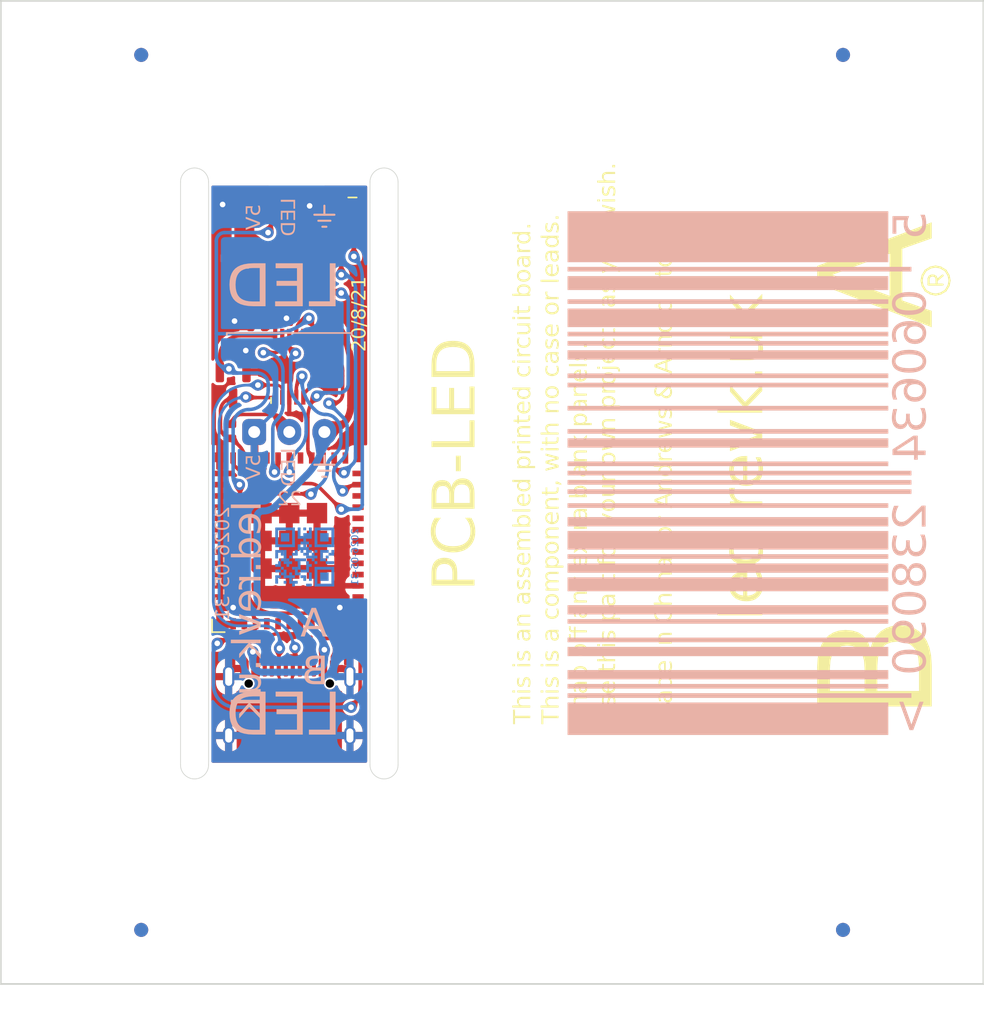
<source format=kicad_pcb>
(kicad_pcb (version 20221018) (generator pcbnew)
  (title_block (title "Generic ESP32-PICO-MINI Module") (rev "1") (company "Adrian Kennard, Andrews & Arnold Ltd"))
  (layers (0 "F.Cu" signal) (31 "B.Cu" signal) (34 "B.Paste" user) (35 "F.Paste" user) (36 "B.SilkS" user "B.Silkscreen") (37 "F.SilkS" user "F.Silkscreen") (38 "B.Mask" user) (39 "F.Mask" user) (44 "Edge.Cuts" user))
  (net 0 "")
  (net 1 "GND")
  (net 2 "+3V3")
  (net 3 "Net-(D2-RK)")
  (net 4 "Net-(D2-BK)")
  (net 5 "Net-(D2-GK)")
  (net 6 "Net-(J1-Pin_2)")
  (net 7 "Net-(J2-CC1)")
  (net 8 "R")
  (net 9 "G")
  (net 10 "B")
  (net 11 "D+")
  (net 12 "D-")
  (net 14 "Net-(J2-CC2)")
  (net 16 "GPIO0")
  (net 18 "I")
  (net 19 "O")
  (net 37 "LED")
  (net 44 "DC")
  (net 46 "EN")
  (footprint "RevK:SOT-23-6-MD8942" (layer "F.Cu") (at 118.85 50.4 180)
    (fp_text reference "U3" hide)
    (fp_text value "MD8942")
  )
  (footprint "RevK:ESP32-PICO-MINI-02" (layer "F.Cu") (at 120.55 68.45 90)
    (fp_text reference "U1" hide)
    (fp_text value "ESP32-PICO-MINI-02")
  )
  (footprint "RevK:SOT-23" (layer "F.Cu") (at 116.55 57.3625 -90)
    (fp_text reference "D3" hide)
    (fp_text value "BAV99")
  )
  (footprint "RevK:C_0402" (layer "F.Cu") (at 118.3 53.2 180)
    (fp_text reference "C6" hide)
    (fp_text value "100nF" hide)
  )
  (footprint "RevK:R_0402" (layer "F.Cu") (at 123.35 46.7 -90)
    (fp_text reference "R11" hide)
    (fp_text value "2K" hide)
  )
  (footprint "RevK:R_0402_" (layer "F.Cu") (at 116.55 51.2 90)
    (fp_text reference "R10" hide)
    (fp_text value "40k2" hide)
  )
  (footprint "RevK:R_0402" (layer "F.Cu") (at 122.6 54.1 90)
    (fp_text reference "R2" hide)
    (fp_text value "4k7" hide)
  )
  (footprint "RevK:R_0402" (layer "F.Cu") (at 124.25 46.7 -90)
    (fp_text reference "R8" hide)
    (fp_text value "680R" hide)
  )
  (footprint "RevK:C_0603_" (layer "F.Cu") (at 121.35 49.1 -90)
    (fp_text reference "C3" hide)
    (fp_text value "10uF 6.3V")
  )
  (footprint "RevK:LED-RGB-1.6x1.6" (layer "F.Cu") (at 124.25 44.9 180)
    (fp_text reference "D2" hide)
    (fp_text value "RGB")
  )
  (footprint "RevK:C_0603_" (layer "F.Cu") (at 116.35 49.1 -90)
    (fp_text reference "C2" hide)
    (fp_text value "10uF 50V")
  )
  (footprint "RevK:C_0402" (layer "F.Cu") (at 124.7 76 90)
    (fp_text reference "C1" hide)
    (fp_text value "1uF" hide)
  )
  (footprint "RevK:C_0603_" (layer "F.Cu") (at 118.85 48.4 180)
    (fp_text reference "C4" hide)
    (fp_text value "100nF")
  )
  (footprint "RevK:R_0402" (layer "F.Cu") (at 125.6 76 90)
    (fp_text reference "R1" hide)
    (fp_text value "10k" hide)
  )
  (footprint "RevK:R_0402_" (layer "F.Cu") (at 118.85 52.3 180)
    (fp_text reference "R9" hide)
    (fp_text value "124k" hide)
  )
  (footprint "RevK:PCB7070" (layer "F.Cu") (at 135 65)
    (fp_text reference "PCB1" hide)
    (fp_text value "70x70")
    (fp_line (start -35 -35) (end 35 -35) (stroke (width 0.12)) (layer "Edge.Cuts"))
    (fp_line (start -35 35) (end -35 -35) (stroke (width 0.12)) (layer "Edge.Cuts"))
    (fp_line (start 35 -35) (end 35 35) (stroke (width 0.12)) (layer "Edge.Cuts"))
    (fp_line (start 35 35) (end -35 35) (stroke (width 0.12)) (layer "Edge.Cuts"))
  )
  (footprint "RevK:USC16-TR" (layer "F.Cu") (at 120.55 80)
    (fp_text reference "J2" hide)
    (fp_text value "USB-C")
  )
  (footprint "RevK:R_0402" (layer "F.Cu") (at 116.45 60.65 -90)
    (fp_text reference "R7" hide)
    (fp_text value "100R" hide)
  )
  (footprint "RevK:CH340X" (layer "F.Cu") (at 120.55 56.05 90)
    (fp_text reference "U5" hide)
    (fp_text value "CH340X")
  )
  (footprint "RevK:R_0402" (layer "F.Cu") (at 118.95 76 90)
    (fp_text reference "R5" hide)
    (fp_text value "5K1" hide)
  )
  (footprint "RevK:L_4x4_" (layer "F.Cu") (at 118.85 45.8 180)
    (fp_text reference "L1" hide)
    (fp_text value "10uH")
  )
  (footprint "RevK:R_0402" (layer "F.Cu") (at 121.9 75.95 -90)
    (fp_text reference "R6" hide)
    (fp_text value "5K1" hide)
  )
  (footprint "RevK:R_0402" (layer "F.Cu") (at 125.15 46.7 -90)
    (fp_text reference "R12" hide)
    (fp_text value "220R" hide)
  )
  (footprint "RevK:R_0402_" (layer "F.Cu") (at 121.15 51.2 -90)
    (fp_text reference "R13" hide)
    (fp_text value "1M" hide)
  )
  (footprint "RevK:C_0402" (layer "F.Cu") (at 116.45 76 -90)
    (fp_text reference "C5" hide)
    (fp_text value "100nF" hide)
  )
  (footprint "RevK:QR-LED" (layer "B.Cu") (at 121.65 69.6 -90)
    (fp_text reference "U2" hide)
    (fp_text value "QR" hide)
  )
  (footprint "RevK:PTSM-HH-3-RA" (layer "B.Cu") (at 120.55 60.7)
    (fp_text reference "J1" hide)
    (fp_text value "Conn_01x03")
  )
  (footprint "RevK:EAN-5060634238090" (layer "B.Cu") (at 140.375 44.98 -90)
    (fp_text reference "U4" hide)
    (fp_text value "Barcode" hide)
  )
  (gr_arc (start 114.8 84.4) (mid 113.8 85.4) (end 112.8 84.4) (stroke (width 0.05)) (layer "Edge.Cuts"))
  (gr_line (start 128.3 42.9) (end 128.3 84.4) (stroke (width 0.05)) (layer "Edge.Cuts"))
  (gr_line (start 112.8 84.4) (end 112.8 42.9) (stroke (width 0.05)) (layer "Edge.Cuts"))
  (gr_arc (start 112.8 42.9) (mid 113.8 41.9) (end 114.8 42.9) (stroke (width 0.05)) (layer "Edge.Cuts"))
  (gr_arc (start 128.3 84.4) (mid 127.3 85.4) (end 126.3 84.4) (stroke (width 0.05)) (layer "Edge.Cuts"))
  (gr_line (start 126.3 84.4) (end 126.3 42.9) (stroke (width 0.05)) (layer "Edge.Cuts"))
  (gr_arc (start 126.3 42.9) (mid 127.3 41.9) (end 128.3 42.9) (stroke (width 0.05)) (layer "Edge.Cuts"))
  (gr_line (start 114.8 42.9) (end 114.8 84.4) (stroke (width 0.05)) (layer "Edge.Cuts"))
  (gr_text "5V" (at 118.05 63.2 90) (layer "B.SilkS") (effects (font (size 1 1)) (justify mirror)))
  (gr_text "LED" (at 120.15 50.5) (layer "B.SilkS") (effects (font (size 3 3)) (justify mirror)))
  (gr_text "led.revk.uk" (at 118.85 65.6 90) (layer "B.SilkS") (effects (font (size 2 2)) (justify left bottom mirror)))
  (gr_text "LED" (at 120.55 63.2 90) (layer "B.SilkS") (effects (font (size 1 1)) (justify mirror)))
  (gr_text "LED" (at 120.15 81) (layer "B.SilkS") (effects (font (size 3 3)) (justify mirror)))
  (gr_text "⏚" (at 123.05 45.4) (layer "B.SilkS") (effects (font (size 1.5 1.5)) (justify mirror)))
  (gr_text "${CURRENT_DATE}" (at 115.85 70.05 90) (layer "B.SilkS") (effects (font (size 1 1)) (justify mirror)))
  (gr_text "A" (at 123.25 75.6) (layer "B.SilkS") (effects (font (size 2 2)) (justify left bottom mirror)))
  (gr_text "B" (at 123.35 79) (layer "B.SilkS") (effects (font (size 2 2)) (justify left bottom mirror)))
  (gr_text "22" (at 120.55 65.5) (layer "B.SilkS") (effects (font (size 1 1)) (justify mirror)))
  (gr_text "⏚" (at 123.05 63.2) (layer "B.SilkS") (effects (font (size 1.5 1.5)) (justify mirror)))
  (gr_text "5V" (at 118.05 45.4 90) (layer "B.SilkS") (effects (font (size 1 1)) (justify mirror)))
  (gr_text "LED" (at 120.55 45.4 90) (layer "B.SilkS") (effects (font (size 1 1)) (justify mirror)))
  (gr_text "A" (at 163 49.5 90) (layer "F.SilkS") (effects (font (size 8 8))))
  (gr_text "B" (at 163 77.5 90) (layer "F.SilkS") (effects (font (size 8 8))))
  (gr_text "led.revk.uk" (at 153 62.5 90) (layer "F.SilkS") (effects (font (size 3 3))))
  (gr_text "20/8/21" (at 126.15 55 90) (layer "F.SilkS") (effects (font (size 1 1)) (justify left bottom)))
  (gr_text "®" (at 167.5 51.3 90) (layer "F.SilkS") (effects (font (size 1.5 1.5)) (justify left bottom)))
  (gr_text "PCB-LED" (at 132.5 63 90) (layer "F.SilkS") (effects (font (size 3 3))))
  (gr_text "This is an assembled printed circuit board.\nThis is a component, with no case or leads.\nSnap off any extra blank panels.\nUse this part for your own projects as you wish.\n\nMade in China for Andrews & Arnold Ltd." (at 148 81.5 90) (layer "F.SilkS") (effects (font (size 1.2 1.2)) (justify left bottom)))
  (segment (start 120.65 56) (end 121.725736 56) (width 0.25) (layer "F.Cu") (net 1))
  (segment (start 116.81 77.54) (end 117.35 77.54) (width 0.5) (layer "F.Cu") (net 1))
  (segment (start 122.5 56.42071) (end 122.5 57.05) (width 0.25) (layer "F.Cu") (net 1))
  (segment (start 118.95 75.5) (end 119.180545 75.269455) (width 0.25) (layer "F.Cu") (net 1))
  (segment (start 121.15 75.075) (end 119.65 75.075) (width 0.25) (layer "F.Cu") (net 1))
  (segment (start 124.29 77.54) (end 123.75 77.54) (width 0.5) (layer "F.Cu") (net 1))
  (segment (start 117.5 56.425) (end 119.62396 56.425) (width 0.25) (layer "F.Cu") (net 1))
  (segment (start 118.15 75.525) (end 118.875 75.525) (width 0.25) (layer "F.Cu") (net 1))
  (segment (start 122.5 57.05) (end 121.726777 57.823224) (width 0.25) (layer "F.Cu") (net 1))
  (segment (start 118.15 62.55) (end 118.15 63.017158) (width 0.25) (layer "F.Cu") (net 1))
  (segment (start 116.45 76.470538) (end 116.862052 76.058486) (width 0.25) (layer "F.Cu") (net 1))
  (via (at 124.15 73.2) (size 0.8) (drill 0.4) (layers "F.Cu" "B.Cu") (net 1))
  (via (at 120.35 52.6) (size 0.8) (drill 0.4) (layers "F.Cu" "B.Cu") (net 1))
  (via (at 116.55 73.2) (size 0.8) (drill 0.4) (layers "F.Cu" "B.Cu") (net 1))
  (via (at 117.45 54.9) (size 0.8) (drill 0.4) (layers "F.Cu" "B.Cu") (net 1))
  (via (at 115.8 44.5) (size 0.8) (drill 0.4) (layers "F.Cu" "B.Cu") (net 1))
  (via (at 122 44.6) (size 0.8) (drill 0.4) (layers "F.Cu" "B.Cu") (net 1))
  (via (at 116.65 52.8) (size 0.8) (drill 0.4) (layers "F.Cu" "B.Cu") (net 1))
  (arc (start 121.726777 57.823224) (mid 121.595943 58.01903) (end 121.55 58.25) (width 0.25) (layer "F.Cu") (net 1))
  (arc (start 124.87 78.12) (mid 124.700122 77.709878) (end 124.29 77.54) (width 0.5) (layer "F.Cu") (net 1))
  (arc (start 121.725736 56) (mid 122.117704 56.077967) (end 122.45 56.3) (width 0.25) (layer "F.Cu") (net 1))
  (arc (start 116.862052 76.058486) (mid 117.452967 75.663649) (end 118.15 75.525) (width 0.25) (layer "F.Cu") (net 1))
  (arc (start 116.23 78.12) (mid 116.399878 77.709878) (end 116.81 77.54) (width 0.5) (layer "F.Cu") (net 1))
  (arc (start 121.790165 75.340165) (mid 121.496455 75.143914) (end 121.15 75.075) (width 0.25) (layer "F.Cu") (net 1))
  (arc (start 119.180545 75.269455) (mid 119.395932 75.125538) (end 119.65 75.075) (width 0.25) (layer "F.Cu") (net 1))
  (arc (start 119.62396 56.425) (mid 120.179249 56.314547) (end 120.65 56) (width 0.25) (layer "F.Cu") (net 1))
  (arc (start 118.15 63.017158) (mid 118.201978 63.27847) (end 118.35 63.5) (width 0.25) (layer "F.Cu") (net 1))
  (arc (start 122.45 56.3) (mid 122.487005 56.355382) (end 122.5 56.42071) (width 0.25) (layer "F.Cu") (net 1))
  (segment (start 119.55 56.8) (end 119.55 59.2) (width 0.25) (layer "B.Cu") (net 1))
  (segment (start 117.45 54.9) (end 117.45 55.1) (width 0.25) (layer "B.Cu") (net 1))
  (segment (start 118.15 55.8) (end 118.55 55.8) (width 0.25) (layer "B.Cu") (net 1))
  (segment (start 119.55 59.2) (end 118.05 60.7) (width 0.25) (layer "B.Cu") (net 1))
  (arc (start 117.45 55.1) (mid 117.655025 55.594975) (end 118.15 55.8) (width 0.25) (layer "B.Cu") (net 1))
  (arc (start 118.55 55.8) (mid 119.257107 56.092893) (end 119.55 56.8) (width 0.25) (layer "B.Cu") (net 1))
  (segment (start 119.55 53.2) (end 119.55 52.782842) (width 0.25) (layer "F.Cu") (net 2))
  (segment (start 117.55 73.3) (end 117.831802 73.581802) (width 0.25) (layer "F.Cu") (net 2))
  (segment (start 119.037998 46.5) (end 118.05 46.5) (width 0.25) (layer "F.Cu") (net 2))
  (segment (start 119.3625 43.575) (end 119.25 43.6875) (width 0.25) (layer "F.Cu") (net 2))
  (segment (start 125.6 76.65) (end 125.6 78.9) (width 0.25) (layer "F.Cu") (net 2))
  (segment (start 117.35 75.1) (end 117.55 75.1) (width 0.25) (layer "F.Cu") (net 2))
  (segment (start 116.25 56.2) (end 115.825 56.2) (width 0.25) (layer "F.Cu") (net 2))
  (segment (start 117.05 64.493277) (end 117.05 72.092894) (width 0.25) (layer "F.Cu") (net 2))
  (segment (start 115.6 56.425) (end 115.6 55.3) (width 0.25) (layer "F.Cu") (net 2))
  (segment (start 122.538449 53.445551) (end 122.634489 53.471285) (width 0.25) (layer "F.Cu") (net 2))
  (segment (start 125.06967 80.18033) (end 124.95 80.3) (width 0.25) (layer "F.Cu") (net 2))
  (segment (start 119.55 53.85) (end 119.55 53.2) (width 0.25) (layer "F.Cu") (net 2))
  (segment (start 119.25 43.6875) (end 119.25 46.287998) (width 0.25) (layer "F.Cu") (net 2))
  (segment (start 121.95 52.6) (end 121.95 52.857102) (width 0.25) (layer "F.Cu") (net 2))
  (segment (start 119.3625 43.575) (end 122.575 43.575) (width 0.25) (layer "F.Cu") (net 2))
  (segment (start 119.55 53.85) (end 117.05 53.85) (width 0.25) (layer "F.Cu") (net 2))
  (segment (start 121.95 52.857102) (end 122.538449 53.445551) (width 0.25) (layer "F.Cu") (net 2))
  (segment (start 117.00181 64.445087) (end 117.05 64.493277) (width 0.25) (layer "F.Cu") (net 2))
  (segment (start 118.8 53.2) (end 119.55 53.2) (width 0.25) (layer "F.Cu") (net 2))
  (segment (start 116.015197 75.5) (end 116.45 75.5) (width 0.25) (layer "F.Cu") (net 2))
  (via (at 116.25 56.2) (size 0.8) (drill 0.4) (layers "F.Cu" "B.Cu") (net 2))
  (via (at 117.00181 64.445087) (size 0.8) (drill 0.4) (layers "F.Cu" "B.Cu") (net 2))
  (via (at 115.418044 75.747349) (size 0.8) (drill 0.4) (layers "F.Cu" "B.Cu") (net 2))
  (via (at 121.95 52.6) (size 0.8) (drill 0.4) (layers "F.Cu" "B.Cu") (net 2))
  (via (at 119.037998 46.5) (size 0.8) (drill 0.4) (layers "F.Cu" "B.Cu") (net 2))
  (via (at 124.95 80.3) (size 0.8) (drill 0.4) (layers "F.Cu" "B.Cu") (net 2))
  (arc (start 118.05 46.5) (mid 117.555025 46.294975) (end 117.35 45.8) (width 0.25) (layer "F.Cu") (net 2))
  (arc (start 116.496446 75.453554) (mid 116.88806 75.191886) (end 117.35 75.1) (width 0.25) (layer "F.Cu") (net 2))
  (arc (start 119.55 52.782842) (mid 119.498022 52.52153) (end 119.35 52.3) (width 0.25) (layer "F.Cu") (net 2))
  (arc (start 117.831802 73.581802) (mid 118.067303 73.934254) (end 118.15 74.35) (width 0.25) (layer "F.Cu") (net 2))
  (arc (start 117.05 53.85) (mid 116.024695 54.274695) (end 115.6 55.3) (width 0.25) (layer "F.Cu") (net 2))
  (arc (start 115.825 56.2) (mid 115.665901 56.265901) (end 115.6 56.425) (width 0.25) (layer "F.Cu") (net 2))
  (arc (start 119.25 46.287998) (mid 119.187906 46.437906) (end 119.037998 46.5) (width 0.25) (layer "F.Cu") (net 2))
  (arc (start 118.15 74.5) (mid 117.974264 74.924264) (end 117.55 75.1) (width 0.25) (layer "F.Cu") (net 2))
  (arc (start 123.45 44.45) (mid 123.193718 43.831282) (end 122.575 43.575) (width 0.25) (layer "F.Cu") (net 2))
  (arc (start 121.05 53.5) (mid 121.313604 52.863604) (end 121.95 52.6) (width 0.25) (layer "F.Cu") (net 2))
  (arc (start 125.6 78.9) (mid 125.462172 79.59291) (end 125.06967 80.18033) (width 0.25) (layer "F.Cu") (net 2))
  (arc (start 117.05 72.092894) (mid 117.179946 72.746175) (end 117.55 73.3) (width 0.25) (layer "F.Cu") (net 2))
  (arc (start 115.418044 75.747349) (mid 115.69202 75.564284) (end 116.015197 75.5) (width 0.25) (layer "F.Cu") (net 2))
  (segment (start 116.55 56.5) (end 118.25 56.5) (width 0.25) (layer "B.Cu") (net 2))
  (segment (start 119.05 57.3) (end 119.05 57.71434) (width 0.25) (layer "B.Cu") (net 2))
  (segment (start 119.294366 53.7) (end 115.35 53.7) (width 0.25) (layer "B.Cu") (net 2))
  (segment (start 116.921154 64.364431) (end 117.00181 64.445087) (width 0.25) (layer "B.Cu") (net 2))
  (segment (start 115.35 53.7) (end 115.35 47.1) (width 0.25) (layer "B.Cu") (net 2))
  (segment (start 115.342679 75.671984) (end 115.418044 75.747349) (width 0.25) (layer "B.Cu") (net 2))
  (segment (start 124.95 80.3) (end 116.75 80.3) (width 0.25) (layer "B.Cu") (net 2))
  (segment (start 115.35 55.3) (end 115.35 53.7) (width 0.25) (layer "B.Cu") (net 2))
  (segment (start 116.857626 64.364431) (end 116.921154 64.364431) (width 0.25) (layer "B.Cu") (net 2))
  (segment (start 119.037998 46.5) (end 115.95 46.5) (width 0.25) (layer "B.Cu") (net 2))
  (segment (start 115.321012 75.671984) (end 115.342679 75.671984) (width 0.25) (layer "B.Cu") (net 2))
  (segment (start 115.15 78.7) (end 115.15 75.956028) (width 0.25) (layer "B.Cu") (net 2))
  (segment (start 116.55 60.21434) (end 116.55 63.9) (width 0.25) (layer "B.Cu") (net 2))
  (arc (start 118.25 56.5) (mid 118.815685 56.734315) (end 119.05 57.3) (width 0.25) (layer "B.Cu") (net 2))
  (arc (start 121.95 52.6) (mid 120.731585 53.414119) (end 119.294366 53.7) (width 0.25) (layer "B.Cu") (net 2))
  (arc (start 116.75 80.3) (mid 115.618629 79.831371) (end 115.15 78.7) (width 0.25) (layer "B.Cu") (net 2))
  (arc (start 119.05 57.71434) (mid 118.64415 58.69415) (end 117.66434 59.1) (width 0.25) (layer "B.Cu") (net 2))
  (arc (start 115.95 46.5) (mid 115.525736 46.675736) (end 115.35 47.1) (width 0.25) (layer "B.Cu") (net 2))
  (arc (start 116.25 56.2) (mid 115.613604 55.936396) (end 115.35 55.3) (width 0.25) (layer "B.Cu") (net 2))
  (arc (start 115.15 75.956028) (mid 115.19652 75.79105) (end 115.321012 75.671984) (width 0.25) (layer "B.Cu") (net 2))
  (arc (start 116.25 56.2) (mid 116.337868 56.412132) (end 116.55 56.5) (width 0.25) (layer "B.Cu") (net 2))
  (arc (start 116.55 63.9) (mid 116.634265 64.177785) (end 116.857626 64.364431) (width 0.25) (layer "B.Cu") (net 2))
  (arc (start 117.66434 59.1) (mid 116.876383 59.426383) (end 116.55 60.21434) (width 0.25) (layer "B.Cu") (net 2))
  (segment (start 124.25 46.2) (end 124.25 45.25) (width 0.25) (layer "F.Cu") (net 3))
  (arc (start 124.25 45.25) (mid 124.484315 44.684315) (end 125.05 44.45) (width 0.25) (layer "F.Cu") (net 3))
  (segment (start 125.05 46.1) (end 125.05 45.35) (width 0.25) (layer "F.Cu") (net 4))
  (segment (start 123.45 46.1) (end 123.45 45.35) (width 0.25) (layer "F.Cu") (net 5))
  (segment (start 119.3 59.45) (end 117.15 59.45) (width 0.25) (layer "F.Cu") (net 6))
  (arc (start 117.15 59.45) (mid 116.655025 59.655025) (end 116.45 60.15) (width 0.25) (layer "F.Cu") (net 6))
  (arc (start 120.55 60.7) (mid 120.183883 59.816117) (end 119.3 59.45) (width 0.25) (layer "F.Cu") (net 6))
  (segment (start 119.3 77.54) (end 119.3 76.8) (width 0.25) (layer "F.Cu") (net 7))
  (arc (start 119.3 76.8) (mid 119.197487 76.552513) (end 118.95 76.45) (width 0.25) (layer "F.Cu") (net 7))
  (segment (start 124.25 49.5) (end 124.25 47.2) (width 0.25) (layer "F.Cu") (net 8))
  (segment (start 123.75 62.55) (end 123.75 62.9) (width 0.25) (layer "F.Cu") (net 8))
  (via (at 124.45 63.6) (size 0.8) (drill 0.4) (layers "F.Cu" "B.Cu") (net 8))
  (via (at 124.25 49.5) (size 0.8) (drill 0.4) (layers "F.Cu" "B.Cu") (net 8))
  (arc (start 123.75 62.9) (mid 123.955025 63.394975) (end 124.45 63.6) (width 0.25) (layer "F.Cu") (net 8))
  (segment (start 125.26985 50.51985) (end 125.26985 62.5) (width 0.25) (layer "B.Cu") (net 8))
  (segment (start 125.071754 62.978246) (end 124.45 63.6) (width 0.25) (layer "B.Cu") (net 8))
  (arc (start 125.26985 62.5) (mid 125.218367 62.758825) (end 125.071754 62.978246) (width 0.25) (layer "B.Cu") (net 8))
  (arc (start 124.25 49.5) (mid 124.971143 49.798707) (end 125.26985 50.51985) (width 0.25) (layer "B.Cu") (net 8))
  (segment (start 123.35 49.9) (end 123.35 47.2) (width 0.25) (layer "F.Cu") (net 9))
  (segment (start 121.875 59.653984) (end 121.875 61.886092) (width 0.25) (layer "F.Cu") (net 9))
  (via (at 122.501599 58.141241) (size 0.8) (drill 0.4) (layers "F.Cu" "B.Cu") (net 9))
  (via (at 124.25 50.8) (size 0.8) (drill 0.4) (layers "F.Cu" "B.Cu") (net 9))
  (arc (start 121.875 61.886092) (mid 121.94647 62.245396) (end 122.15 62.55) (width 0.25) (layer "F.Cu") (net 9))
  (arc (start 124.25 50.8) (mid 123.613604 50.536396) (end 123.35 49.9) (width 0.25) (layer "F.Cu") (net 9))
  (arc (start 122.501599 58.141241) (mid 122.037848 58.835294) (end 121.875 59.653984) (width 0.25) (layer "F.Cu") (net 9))
  (segment (start 124.75 51.3) (end 124.75 57.260524) (width 0.25) (layer "B.Cu") (net 9))
  (segment (start 123.066974 57.907055) (end 124.103469 57.907055) (width 0.25) (layer "B.Cu") (net 9))
  (arc (start 122.501599 58.141241) (mid 122.760995 57.967918) (end 123.066974 57.907055) (width 0.25) (layer "B.Cu") (net 9))
  (arc (start 124.25 50.8) (mid 124.603553 50.946447) (end 124.75 51.3) (width 0.25) (layer "B.Cu") (net 9))
  (arc (start 124.75 57.260524) (mid 124.560635 57.71769) (end 124.103469 57.907055) (width 0.25) (layer "B.Cu") (net 9))
  (segment (start 122.7 64.65) (end 124.25 66.2) (width 0.25) (layer "F.Cu") (net 10))
  (segment (start 116.55 63) (end 117.25 63.7) (width 0.25) (layer "F.Cu") (net 10))
  (segment (start 118.865403 64.369122) (end 122.021901 64.369122) (width 0.25) (layer "F.Cu") (net 10))
  (segment (start 125.15 48.2) (end 125.15 47.2) (width 0.25) (layer "F.Cu") (net 10))
  (segment (start 116.55 62.55) (end 116.55 63) (width 0.25) (layer "F.Cu") (net 10))
  (via (at 125.15 48.2) (size 0.8) (drill 0.4) (layers "F.Cu" "B.Cu") (net 10))
  (via (at 124.25 66.2) (size 0.8) (drill 0.4) (layers "F.Cu" "B.Cu") (net 10))
  (arc (start 117.25 63.7) (mid 117.991154 64.195223) (end 118.865403 64.369122) (width 0.25) (layer "F.Cu") (net 10))
  (arc (start 122.021901 64.369122) (mid 122.388885 64.44212) (end 122.7 64.65) (width 0.25) (layer "F.Cu") (net 10))
  (segment (start 124.25 66.2) (end 125.429638 66.2) (width 0.25) (layer "B.Cu") (net 10))
  (segment (start 125.747825 50.6) (end 125.747825 49.643277) (width 0.25) (layer "B.Cu") (net 10))
  (segment (start 125.75 65.879638) (end 125.75 50.7) (width 0.25) (layer "B.Cu") (net 10))
  (arc (start 125.747825 49.643277) (mid 125.592456 48.862181) (end 125.15 48.2) (width 0.25) (layer "B.Cu") (net 10))
  (arc (start 125.429638 66.2) (mid 125.656168 66.106168) (end 125.75 65.879638) (width 0.25) (layer "B.Cu") (net 10))
  (segment (start 120.3 77.54) (end 120.3 76.995) (width 0.25) (layer "F.Cu") (net 11))
  (segment (start 120.95 76.05) (end 120.95 76.645) (width 0.25) (layer "F.Cu") (net 11))
  (segment (start 121.3 77.54) (end 121.3 76.995) (width 0.25) (layer "F.Cu") (net 11))
  (segment (start 120.65 76.645) (end 120.95 76.645) (width 0.25) (layer "F.Cu") (net 11))
  (segment (start 119.55 58.25) (end 117.489471 58.25) (width 0.25) (layer "F.Cu") (net 11))
  (via (at 120.95 76.05) (size 0.8) (drill 0.4) (layers "F.Cu" "B.Cu") (net 11))
  (via (at 117.4495 58.210029) (size 0.8) (drill 0.4) (layers "F.Cu" "B.Cu") (net 11))
  (arc (start 117.489471 58.25) (mid 117.461207 58.238293) (end 117.4495 58.210029) (width 0.25) (layer "F.Cu") (net 11))
  (arc (start 121.3 76.995) (mid 121.197487 76.747513) (end 120.95 76.645) (width 0.25) (layer "F.Cu") (net 11))
  (arc (start 120.3 76.995) (mid 120.402513 76.747513) (end 120.65 76.645) (width 0.25) (layer "F.Cu") (net 11))
  (segment (start 120.95 76.05) (end 120.849361 76.05) (width 0.2) (layer "B.Cu") (net 11))
  (segment (start 115.55 72.7) (end 115.55 60.109529) (width 0.2) (layer "B.Cu") (net 11))
  (segment (start 118.899361 74.1) (end 116.95 74.1) (width 0.2) (layer "B.Cu") (net 11))
  (arc (start 116.95 74.1) (mid 115.960051 73.689949) (end 115.55 72.7) (width 0.2) (layer "B.Cu") (net 11))
  (arc (start 120.849361 76.05) (mid 120.278219 74.671142) (end 118.899361 74.1) (width 0.2) (layer "B.Cu") (net 11))
  (arc (start 115.55 60.109529) (mid 116.106351 58.76638) (end 117.4495 58.210029) (width 0.2) (layer "B.Cu") (net 11))
  (segment (start 120.8 77.54) (end 120.8 78.06) (width 0.2) (layer "F.Cu") (net 12))
  (segment (start 118.314944 57.358333) (end 119.65 57.358333) (width 0.2) (layer "F.Cu") (net 12))
  (segment (start 119.8 76.15) (end 119.85 76.1) (width 0.2) (layer "F.Cu") (net 12))
  (segment (start 120.05 58.25) (end 120.05 57.758333) (width 0.2) (layer "F.Cu") (net 12))
  (segment (start 119.8 77.54) (end 119.8 76.15) (width 0.2) (layer "F.Cu") (net 12))
  (segment (start 120.45 78.41) (end 120.15 78.41) (width 0.2) (layer "F.Cu") (net 12))
  (segment (start 119.8 78.06) (end 119.8 77.54) (width 0.2) (layer "F.Cu") (net 12))
  (via (at 118.314944 57.358333) (size 0.8) (drill 0.4) (layers "F.Cu" "B.Cu") (net 12))
  (via (at 119.85 76.1) (size 0.8) (drill 0.4) (layers "F.Cu" "B.Cu") (net 12))
  (arc (start 120.05 57.758333) (mid 119.932843 57.47549) (end 119.65 57.358333) (width 0.2) (layer "F.Cu") (net 12))
  (arc (start 120.8 78.06) (mid 120.697487 78.307487) (end 120.45 78.41) (width 0.2) (layer "F.Cu") (net 12))
  (arc (start 120.15 78.41) (mid 119.902513 78.307487) (end 119.8 78.06) (width 0.2) (layer "F.Cu") (net 12))
  (segment (start 118.314944 57.358333) (end 117.578859 57.358333) (width 0.2) (layer "B.Cu") (net 12))
  (segment (start 118.75 74.5) (end 116.937192 74.5) (width 0.2) (layer "B.Cu") (net 12))
  (segment (start 119.85 76.1) (end 119.85 75.6) (width 0.2) (layer "B.Cu") (net 12))
  (segment (start 115.137192 59.8) (end 115.137192 72.7) (width 0.2) (layer "B.Cu") (net 12))
  (arc (start 117.578859 57.358333) (mid 115.85234 58.073481) (end 115.137192 59.8) (width 0.2) (layer "B.Cu") (net 12))
  (arc (start 119.85 75.6) (mid 119.527817 74.822183) (end 118.75 74.5) (width 0.2) (layer "B.Cu") (net 12))
  (arc (start 116.937192 74.5) (mid 115.6644 73.972792) (end 115.137192 72.7) (width 0.2) (layer "B.Cu") (net 12))
  (segment (start 122.3 77.54) (end 122.3 76.57071) (width 0.25) (layer "F.Cu") (net 14))
  (segment (start 122.3 76.85) (end 121.9 76.45) (width 0.25) (layer "F.Cu") (net 14))
  (segment (start 122.3 77.54) (end 122.3 76.6) (width 0.25) (layer "F.Cu") (net 14))
  (segment (start 122.3 77.54) (end 122.3 76.85) (width 0.25) (layer "F.Cu") (net 14))
  (arc (start 122.3 76.6) (mid 122.256066 76.493934) (end 122.15 76.45) (width 0.25) (layer "F.Cu") (net 14))
  (arc (start 122.3 76.57071) (mid 122.287006 76.505382) (end 122.25 76.45) (width 0.25) (layer "F.Cu") (net 14))
  (segment (start 123.364486 58.646643) (end 123.703357 58.646643) (width 0.25) (layer "F.Cu") (net 16))
  (segment (start 124.35 56.35) (end 124.35 56.7) (width 0.25) (layer "F.Cu") (net 16))
  (segment (start 124.35 56.7) (end 124.35 58) (width 0.25) (layer "F.Cu") (net 16))
  (segment (start 122.6 54.6) (end 122.062132 54.062132) (width 0.25) (layer "F.Cu") (net 16))
  (via (at 124.35 64.9) (size 0.8) (drill 0.4) (layers "F.Cu" "B.Cu") (net 16))
  (via (at 123.364486 58.646643) (size 0.8) (drill 0.4) (layers "F.Cu" "B.Cu") (net 16))
  (arc (start 123.703357 58.646643) (mid 124.160603 58.457246) (end 124.35 58) (width 0.25) (layer "F.Cu") (net 16))
  (arc (start 122.062132 54.062132) (mid 121.827165 53.905131) (end 121.55 53.85) (width 0.25) (layer "F.Cu") (net 16))
  (arc (start 122.6 54.6) (mid 123.837437 55.112563) (end 124.35 56.35) (width 0.25) (layer "F.Cu") (net 16))
  (arc (start 125.436396 64.45) (mid 124.848443 64.566951) (end 124.35 64.9) (width 0.25) (layer "F.Cu") (net 16))
  (segment (start 123.36974 58.646643) (end 124.358148 59.635053) (width 0.25) (layer "B.Cu") (net 16))
  (segment (start 123.714399 63.8) (end 123.714399 63.566248) (width 0.25) (layer "B.Cu") (net 16))
  (segment (start 124.675 61.742128) (end 124.675 60.4) (width 0.25) (layer "B.Cu") (net 16))
  (segment (start 124.35 64.9) (end 124.042779 64.592779) (width 0.25) (layer "B.Cu") (net 16))
  (segment (start 123.919966 63.069966) (end 124.269966 62.719966) (width 0.25) (layer "B.Cu") (net 16))
  (segment (start 123.36974 58.646643) (end 123.364486 58.646643) (width 0.25) (layer "B.Cu") (net 16))
  (arc (start 124.042779 64.592779) (mid 123.799743 64.22905) (end 123.714399 63.8) (width 0.25) (layer "B.Cu") (net 16))
  (arc (start 124.675 60.4) (mid 124.592653 59.986013) (end 124.358148 59.635053) (width 0.25) (layer "B.Cu") (net 16))
  (arc (start 123.714399 63.566248) (mid 123.767824 63.297663) (end 123.919966 63.069966) (width 0.25) (layer "B.Cu") (net 16))
  (arc (start 124.269966 62.719966) (mid 124.569735 62.27133) (end 124.675 61.742128) (width 0.25) (layer "B.Cu") (net 16))
  (segment (start 120.55 53.85) (end 120.55 54.65) (width 0.25) (layer "F.Cu") (net 18))
  (segment (start 120.55 62.55) (end 120.55 63.55) (width 0.25) (layer "F.Cu") (net 18))
  (segment (start 120.55 54.65) (end 121 55.1) (width 0.25) (layer "F.Cu") (net 18))
  (via (at 121 55.1) (size 0.8) (drill 0.4) (layers "F.Cu" "B.Cu") (net 18))
  (via (at 120.55 63.55) (size 0.8) (drill 0.4) (layers "F.Cu" "B.Cu") (net 18))
  (segment (start 121.25 61.9) (end 121.221751 61.928248) (width 0.25) (layer "B.Cu") (net 18))
  (segment (start 120.65 55.45) (end 120.65 57.392894) (width 0.25) (layer "B.Cu") (net 18))
  (segment (start 121.753368 60.056659) (end 121.753368 60.684763) (width 0.25) (layer "B.Cu") (net 18))
  (arc (start 121 55.1) (mid 120.752513 55.202513) (end 120.65 55.45) (width 0.25) (layer "B.Cu") (net 18))
  (arc (start 121.15 58.6) (mid 121.596557 59.26832) (end 121.753368 60.056659) (width 0.25) (layer "B.Cu") (net 18))
  (arc (start 121.753368 60.684763) (mid 121.622547 61.342445) (end 121.25 61.9) (width 0.25) (layer "B.Cu") (net 18))
  (arc (start 121.221751 61.928248) (mid 120.724583 62.672314) (end 120.55 63.55) (width 0.25) (layer "B.Cu") (net 18))
  (arc (start 120.65 57.392894) (mid 120.779946 58.046175) (end 121.15 58.6) (width 0.25) (layer "B.Cu") (net 18))
  (segment (start 119.47682 55.05) (end 118.7 55.05) (width 0.25) (layer "F.Cu") (net 19))
  (segment (start 120.05 53.85) (end 120.05 54.47682) (width 0.25) (layer "F.Cu") (net 19))
  (segment (start 119.75 62.55) (end 119.75 62.946447) (width 0.25) (layer "F.Cu") (net 19))
  (via (at 118.7 55.05) (size 0.8) (drill 0.4) (layers "F.Cu" "B.Cu") (net 19))
  (via (at 119.5 63.55) (size 0.8) (drill 0.4) (layers "F.Cu" "B.Cu") (net 19))
  (arc (start 120.05 54.47682) (mid 119.882119 54.882119) (end 119.47682 55.05) (width 0.25) (layer "F.Cu") (net 19))
  (arc (start 119.75 62.946447) (mid 119.685027 63.273087) (end 119.5 63.55) (width 0.25) (layer "F.Cu") (net 19))
  (segment (start 119.376284 63.30424) (end 119.405285 63.412455) (width 0.25) (layer "B.Cu") (net 19))
  (segment (start 119.405285 63.412455) (end 119.461303 63.509478) (width 0.25) (layer "B.Cu") (net 19))
  (segment (start 119.667238 59.817238) (end 119.651143 59.833333) (width 0.25) (layer "B.Cu") (net 19))
  (segment (start 119.375 60.5) (end 119.375 63.248224) (width 0.25) (layer "B.Cu") (net 19))
  (segment (start 120.1 56.376963) (end 120.1 58.772459) (width 0.25) (layer "B.Cu") (net 19))
  (segment (start 119.461303 63.509478) (end 119.5 63.55) (width 0.25) (layer "B.Cu") (net 19))
  (segment (start 119.375 63.248224) (end 119.376284 63.30424) (width 0.25) (layer "B.Cu") (net 19))
  (segment (start 118.7 55.05) (end 118.773037 55.05) (width 0.25) (layer "B.Cu") (net 19))
  (arc (start 118.773037 55.05) (mid 119.711342 55.438658) (end 120.1 56.376963) (width 0.25) (layer "B.Cu") (net 19))
  (arc (start 119.651143 59.833333) (mid 119.446767 60.139202) (end 119.375 60.5) (width 0.25) (layer "B.Cu") (net 19))
  (arc (start 120.1 58.772459) (mid 119.987529 59.337889) (end 119.667238 59.817238) (width 0.25) (layer "B.Cu") (net 19))
  (segment (start 116.996447 61.696446) (end 116.45 61.15) (width 0.25) (layer "F.Cu") (net 37))
  (segment (start 115.65 59.2) (end 115.65 60.35) (width 0.25) (layer "F.Cu") (net 37))
  (arc (start 115.65 60.35) (mid 115.884315 60.915685) (end 116.45 61.15) (width 0.25) (layer "F.Cu") (net 37))
  (arc (start 116.55 58.3) (mid 115.913604 58.563604) (end 115.65 59.2) (width 0.25) (layer "F.Cu") (net 37))
  (arc (start 117.35 62.55) (mid 117.258114 62.08806) (end 116.996447 61.696446) (width 0.25) (layer "F.Cu") (net 37))
  (segment (start 122.95 77.54) (end 122.95 76.3) (width 0.5) (layer "F.Cu") (net 44))
  (segment (start 124.925 58.825) (end 124.925 55.990254) (width 0.5) (layer "F.Cu") (net 44))
  (segment (start 118.15 77.54) (end 118.15 76.550013) (width 0.5) (layer "F.Cu") (net 44))
  (segment (start 123.5 52.55) (end 121.35 50.4) (width 0.5) (layer "F.Cu") (net 44))
  (via (at 117.95 76.350013) (size 0.8) (drill 0.4) (layers "F.Cu" "B.Cu") (net 44))
  (via (at 123.05 76.2) (size 0.8) (drill 0.4) (layers "F.Cu" "B.Cu") (net 44))
  (arc (start 118.15 76.550013) (mid 118.091421 76.408592) (end 117.95 76.350013) (width 0.5) (layer "F.Cu") (net 44))
  (arc (start 122.95 76.3) (mid 122.979289 76.229289) (end 123.05 76.2) (width 0.5) (layer "F.Cu") (net 44))
  (arc (start 124.925 55.990254) (mid 124.554655 54.128402) (end 123.5 52.55) (width 0.5) (layer "F.Cu") (net 44))
  (arc (start 123.05 60.7) (mid 124.375825 60.150825) (end 124.925 58.825) (width 0.5) (layer "F.Cu") (net 44))
  (segment (start 118.65 77.8) (end 122.2 77.8) (width 0.5) (layer "B.Cu") (net 44))
  (segment (start 121.777208 63.772792) (end 119.618199 65.931801) (width 0.5) (layer "B.Cu") (net 44))
  (segment (start 118.75 73) (end 119.45 73) (width 0.5) (layer "B.Cu") (net 44))
  (segment (start 122.590381 75.09038) (end 121.242462 73.742462) (width 0.5) (layer "B.Cu") (net 44))
  (segment (start 123.05 76.2) (end 123.05 76.95) (width 0.5) (layer "B.Cu") (net 44))
  (segment (start 118.25 66.746446) (end 118.25 72.5) (width 0.5) (layer "B.Cu") (net 44))
  (segment (start 117.95 76.350013) (end 117.95 77.1) (width 0.5) (layer "B.Cu") (net 44))
  (arc (start 123.05 60.7) (mid 122.719212 62.362983) (end 121.777208 63.772792) (width 0.5) (layer "B.Cu") (net 44))
  (arc (start 119.45 73) (mid 120.420073 73.19296) (end 121.242462 73.742462) (width 0.5) (layer "B.Cu") (net 44))
  (arc (start 118.673223 66.323223) (mid 118.373959 66.447182) (end 118.25 66.746446) (width 0.5) (layer "B.Cu") (net 44))
  (arc (start 118.25 72.5) (mid 118.396447 72.853553) (end 118.75 73) (width 0.5) (layer "B.Cu") (net 44))
  (arc (start 117.95 77.1) (mid 118.155025 77.594975) (end 118.65 77.8) (width 0.5) (layer "B.Cu") (net 44))
  (arc (start 123.05 76.95) (mid 122.801041 77.551041) (end 122.2 77.8) (width 0.5) (layer "B.Cu") (net 44))
  (arc (start 119.618199 65.931801) (mid 119.184641 66.221495) (end 118.673223 66.323223) (width 0.5) (layer "B.Cu") (net 44))
  (arc (start 123.05 76.2) (mid 122.930549 75.599478) (end 122.590381 75.09038) (width 0.5) (layer "B.Cu") (net 44))
  (segment (start 122.059687 65.1) (end 122.088262 65.128575) (width 0.25) (layer "F.Cu") (net 46))
  (segment (start 121.85 73.6) (end 119.45 73.6) (width 0.25) (layer "F.Cu") (net 46))
  (segment (start 124.096447 75.4) (end 123.162132 75.4) (width 0.25) (layer "F.Cu") (net 46))
  (segment (start 124.7 75.65) (end 125.6 75.65) (width 0.25) (layer "F.Cu") (net 46))
  (segment (start 122.15 74.35) (end 122.15 73.9) (width 0.25) (layer "F.Cu") (net 46))
  (segment (start 122.15 74.35) (end 122.15 74.729462) (width 0.25) (layer "F.Cu") (net 46))
  (segment (start 117.85 65.1) (end 122.059687 65.1) (width 0.25) (layer "F.Cu") (net 46))
  (segment (start 122.15 74.729462) (end 122.578994 75.158456) (width 0.25) (layer "F.Cu") (net 46))
  (segment (start 117.525 71.675) (end 117.525 65.425) (width 0.25) (layer "F.Cu") (net 46))
  (segment (start 121.05 58.25) (end 121.05 57.690685) (width 0.25) (layer "F.Cu") (net 46))
  (via (at 122.088262 65.128575) (size 0.8) (drill 0.4) (layers "F.Cu" "B.Cu") (net 46))
  (via (at 121.45 56.725) (size 0.8) (drill 0.4) (layers "F.Cu" "B.Cu") (net 46))
  (arc (start 122.15 73.9) (mid 122.062132 73.687868) (end 121.85 73.6) (width 0.25) (layer "F.Cu") (net 46))
  (arc (start 123.162132 75.4) (mid 122.84654 75.337225) (end 122.578994 75.158456) (width 0.25) (layer "F.Cu") (net 46))
  (arc (start 117.525 65.425) (mid 117.62019 65.19519) (end 117.85 65.1) (width 0.25) (layer "F.Cu") (net 46))
  (arc (start 119.45 73.6) (mid 118.088819 73.036181) (end 117.525 71.675) (width 0.25) (layer "F.Cu") (net 46))
  (arc (start 121.05 57.690685) (mid 121.153957 57.16806) (end 121.45 56.725) (width 0.25) (layer "F.Cu") (net 46))
  (arc (start 124.096447 75.4) (mid 124.423087 75.464973) (end 124.7 75.65) (width 0.25) (layer "F.Cu") (net 46))
  (segment (start 121.452193 56.727193) (end 121.452193 57.162572) (width 0.25) (layer "B.Cu") (net 46))
  (segment (start 122.883419 64.333419) (end 122.088262 65.128575) (width 0.25) (layer "B.Cu") (net 46))
  (segment (start 122.298529 59.048529) (end 122.390013 59.140013) (width 0.25) (layer "B.Cu") (net 46))
  (segment (start 123.890574 62.207376) (end 123.511041 62.586909) (width 0.25) (layer "B.Cu") (net 46))
  (segment (start 123.81835 59.73165) (end 123.898528 59.811828) (width 0.25) (layer "B.Cu") (net 46))
  (segment (start 121.45 56.725) (end 121.452193 56.727193) (width 0.25) (layer "B.Cu") (net 46))
  (segment (start 123.25709 63.2) (end 123.25709 63.431298) (width 0.25) (layer "B.Cu") (net 46))
  (segment (start 124.225 60.6) (end 124.225 61.4) (width 0.25) (layer "B.Cu") (net 46))
  (arc (start 121.452193 57.162572) (mid 121.702681 58.183284) (end 122.298529 59.048529) (width 0.25) (layer "B.Cu") (net 46))
  (arc (start 123.25709 63.431298) (mid 123.159976 63.919522) (end 122.883419 64.333419) (width 0.25) (layer "B.Cu") (net 46))
  (arc (start 124.225 61.4) (mid 124.138085 61.836949) (end 123.890574 62.207376) (width 0.25) (layer "B.Cu") (net 46))
  (arc (start 122.390013 59.140013) (mid 122.733369 59.369437) (end 123.138387 59.45) (width 0.25) (layer "B.Cu") (net 46))
  (arc (start 123.511041 62.586909) (mid 123.32309 62.868197) (end 123.25709 63.2) (width 0.25) (layer "B.Cu") (net 46))
  (arc (start 123.138387 59.45) (mid 123.50638 59.523198) (end 123.81835 59.73165) (width 0.25) (layer "B.Cu") (net 46))
  (arc (start 123.898528 59.811828) (mid 124.140152 60.173444) (end 124.225 60.6) (width 0.25) (layer "B.Cu") (net 46))
  (zone (net 1) (net_name "GND") (layers "F&B.Cu") (connect_pads (clearance 0.2)) (min_thickness 0.2) (fill yes (thermal_gap 0.508) (thermal_bridge_width 0.508))
    (polygon (pts (xy 126.4 84.25) (xy 114.9 84.25) (xy 114.8 43.15) (xy 126.3 43.15)))
  )
)
</source>
